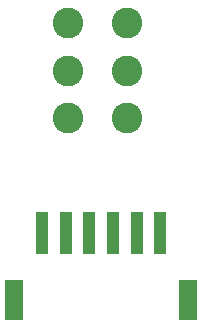
<source format=gbr>
%TF.GenerationSoftware,KiCad,Pcbnew,(5.1.6-0-10_14)*%
%TF.CreationDate,2020-07-14T22:31:58-07:00*%
%TF.ProjectId,switch_board,73776974-6368-45f6-926f-6172642e6b69,rev?*%
%TF.SameCoordinates,Original*%
%TF.FileFunction,Soldermask,Top*%
%TF.FilePolarity,Negative*%
%FSLAX46Y46*%
G04 Gerber Fmt 4.6, Leading zero omitted, Abs format (unit mm)*
G04 Created by KiCad (PCBNEW (5.1.6-0-10_14)) date 2020-07-14 22:31:58*
%MOMM*%
%LPD*%
G01*
G04 APERTURE LIST*
%ADD10C,2.600000*%
%ADD11R,1.100000X3.600000*%
%ADD12R,1.600000X3.500000*%
G04 APERTURE END LIST*
D10*
%TO.C,SW1*%
X156935000Y-53655000D03*
X156935000Y-57655000D03*
X156935000Y-61655000D03*
X151935000Y-53655000D03*
X151935000Y-57655000D03*
X151935000Y-61655000D03*
%TD*%
D11*
%TO.C,J1*%
X149750000Y-71375000D03*
X151750000Y-71375000D03*
X153750000Y-71375000D03*
X155750000Y-71375000D03*
X157750000Y-71375000D03*
X159750000Y-71375000D03*
D12*
X147400000Y-77125000D03*
X162100000Y-77125000D03*
%TD*%
M02*

</source>
